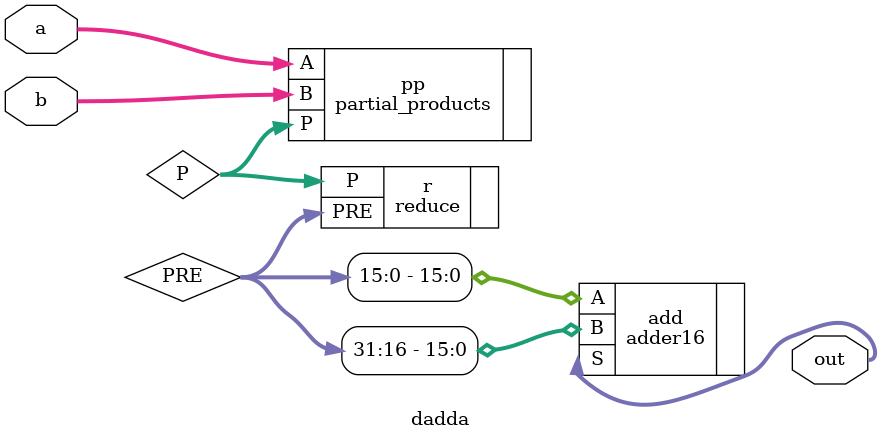
<source format=sv>


module dadda(
	input logic [7:0] a,
	input logic [7:0] b,
	output logic[16:0] out
);

	logic [63:0] P; // partial products (flattened)
	logic [31:0] PRE; // results to be added
// partial product
	partial_products pp(.A(a),.B(b),.P(P));
// reduction tree
	reduce r(.P(P), .PRE(PRE));
// final addition
	adder16 add(.A(PRE[15:0]),.B(PRE[31:16]),.S(out));
endmodule

</source>
